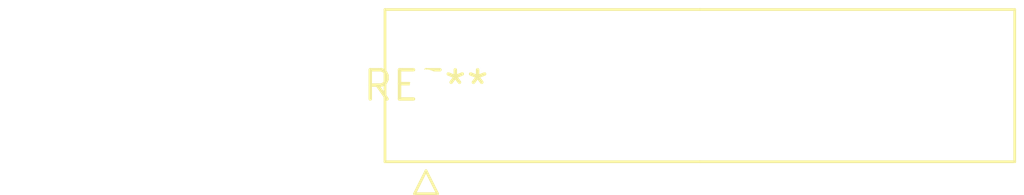
<source format=kicad_pcb>
(kicad_pcb (version 20240108) (generator pcbnew)
  (layers (0 "F.Cu" signal) (31 "B.Cu" signal) (34 "B.Paste" user) (35 "F.Paste" user) (36 "B.SilkS" user "B.Silkscreen") (37 "F.SilkS" user "F.Silkscreen") (38 "B.Mask" user) (39 "F.Mask" user) (44 "Edge.Cuts" user))
  (net 0 "")
  (footprint "TE_826576-7_1x07_P3.96mm_Vertical" (layer "F.Cu") (at 0 0)
    (property "Reference" "REF**")
    (property "Value" "TE_826576-7_1x07_P3.96mm_Vertical")
    (fp_line (start -1.78 -3.31) (end -1.78 3.31) (layer "F.SilkS") (stroke (width 0.12)))
    (fp_line (start -1.78 3.31) (end 11.88 3.31) (layer "F.SilkS") (stroke (width 0.12)))
    (fp_line (start -0.5 4.7) (end 0 3.7) (layer "F.SilkS") (stroke (width 0.12)))
    (fp_line (start 0 3.7) (end 0.5 4.7) (layer "F.SilkS") (stroke (width 0.12)))
    (fp_line (start 0.5 4.7) (end -0.5 4.7) (layer "F.SilkS") (stroke (width 0.12)))
    (fp_line (start 11.88 -3.31) (end -1.78 -3.31) (layer "F.SilkS") (stroke (width 0.12)))
    (fp_line (start 11.88 -3.31) (end 25.54 -3.31) (layer "F.SilkS") (stroke (width 0.12)))
    (fp_line (start 25.54 -3.31) (end 25.54 3.31) (layer "F.SilkS") (stroke (width 0.12)))
    (fp_line (start 25.54 3.31) (end 11.88 3.31) (layer "F.SilkS") (stroke (width 0.12)))
    (pad "1" thru_hole roundrect (at 0 0) (size 2.4 2.4) (drill 1.4) (layers *.Cu *.Mask) (remove_unused_layers) (roundrect_rratio 0.104167))
    (pad "2" thru_hole circle (at 3.96 0) (size 2.4 2.4) (drill 1.4) (layers *.Cu *.Mask) (remove_unused_layers))
    (pad "3" thru_hole circle (at 7.92 0) (size 2.4 2.4) (drill 1.4) (layers *.Cu *.Mask) (remove_unused_layers))
    (pad "4" thru_hole circle (at 11.88 0) (size 2.4 2.4) (drill 1.4) (layers *.Cu *.Mask) (remove_unused_layers))
    (pad "5" thru_hole circle (at 15.84 0) (size 2.4 2.4) (drill 1.4) (layers *.Cu *.Mask) (remove_unused_layers))
    (pad "6" thru_hole circle (at 19.8 0) (size 2.4 2.4) (drill 1.4) (layers *.Cu *.Mask) (remove_unused_layers))
    (pad "7" thru_hole circle (at 23.76 0) (size 2.4 2.4) (drill 1.4) (layers *.Cu *.Mask) (remove_unused_layers))
  )
)
</source>
